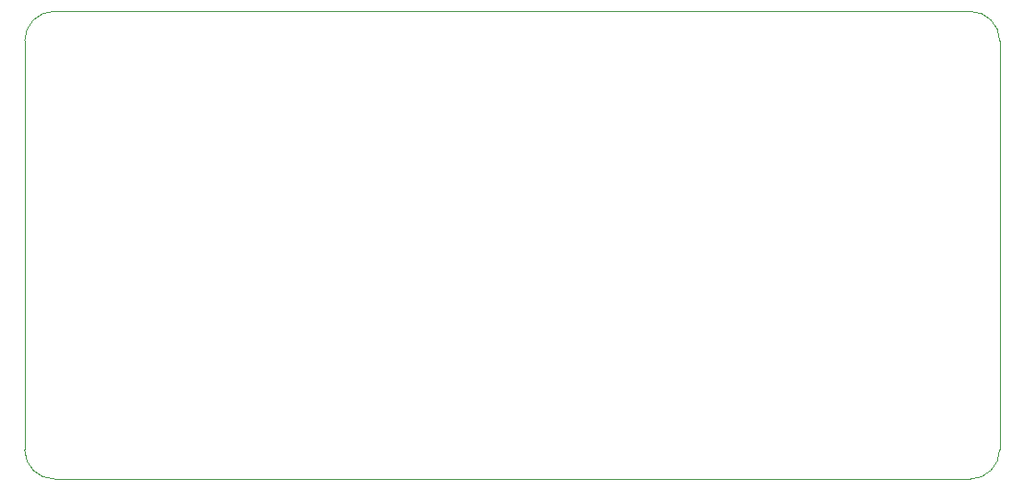
<source format=gbr>
%TF.GenerationSoftware,KiCad,Pcbnew,8.0.0*%
%TF.CreationDate,2024-09-22T18:34:52+02:00*%
%TF.ProjectId,imp_measure,696d705f-6d65-4617-9375-72652e6b6963,rev?*%
%TF.SameCoordinates,Original*%
%TF.FileFunction,Profile,NP*%
%FSLAX46Y46*%
G04 Gerber Fmt 4.6, Leading zero omitted, Abs format (unit mm)*
G04 Created by KiCad (PCBNEW 8.0.0) date 2024-09-22 18:34:52*
%MOMM*%
%LPD*%
G01*
G04 APERTURE LIST*
%TA.AperFunction,Profile*%
%ADD10C,0.050000*%
%TD*%
G04 APERTURE END LIST*
D10*
X97300000Y-60000000D02*
G75*
G02*
X100000000Y-57300000I2700000J0D01*
G01*
X186700000Y-97500000D02*
G75*
G02*
X184000000Y-100200000I-2700000J0D01*
G01*
X184000000Y-100200000D02*
X100000000Y-100200000D01*
X97300000Y-60000000D02*
X97298149Y-97500000D01*
X100000000Y-100201851D02*
G75*
G02*
X97298149Y-97500000I0J2701851D01*
G01*
X186700000Y-60000000D02*
X186700000Y-97500000D01*
X100000000Y-57300000D02*
X184000000Y-57300000D01*
X184000000Y-57300000D02*
G75*
G02*
X186700000Y-60000000I0J-2700000D01*
G01*
M02*

</source>
